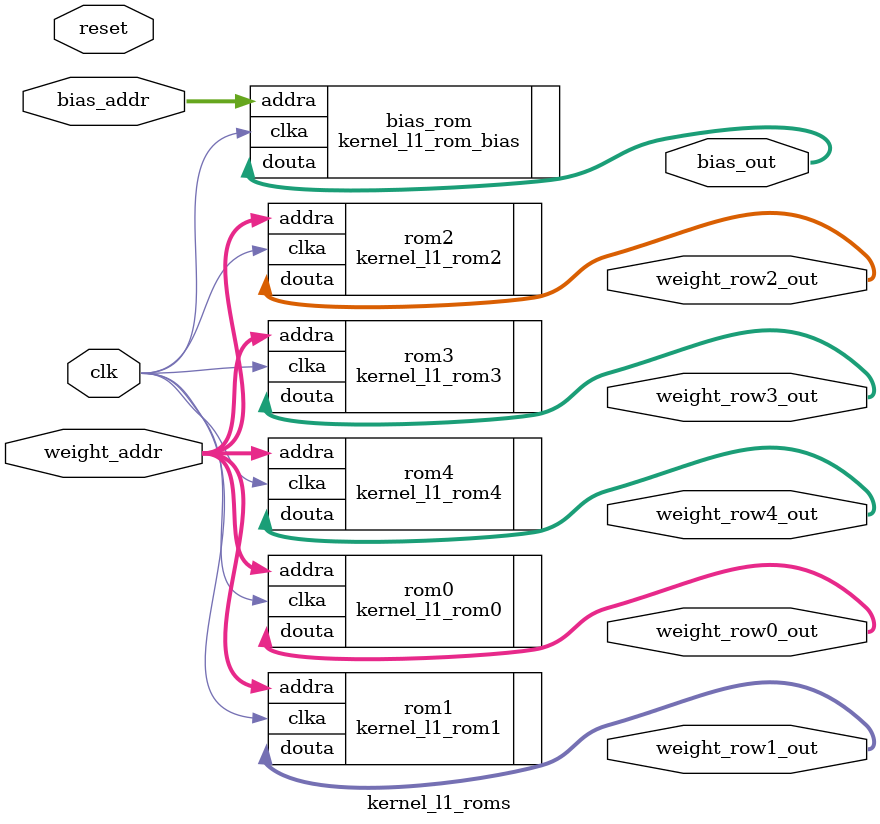
<source format=v>
`timescale 1ns / 1ps


module kernel_l1_roms(
    input clk,
    input reset,
    input [1:0] bias_addr,
    input [4:0] weight_addr,
    output [15:0] weight_row0_out,
    output [15:0] weight_row1_out,
    output [15:0] weight_row2_out,
    output [15:0] weight_row3_out,
    output [15:0] weight_row4_out,
    output [15:0] bias_out
    );
    
    kernel_l1_rom0 rom0 (
      .clka(clk),    // input wire clka
      .addra(weight_addr),  // input wire [4 : 0] addra
      .douta(weight_row0_out)  // output wire [15 : 0] douta
    );
    
    kernel_l1_rom1 rom1 (
      .clka(clk),    // input wire clka
      .addra(weight_addr),  // input wire [4 : 0] addra
      .douta(weight_row1_out)  // output wire [15 : 0] douta
    );
    
    kernel_l1_rom2 rom2 (
      .clka(clk),    // input wire clka
      .addra(weight_addr),  // input wire [4 : 0] addra
      .douta(weight_row2_out)  // output wire [15 : 0] douta
    );
    kernel_l1_rom3 rom3 (
      .clka(clk),    // input wire clka
      .addra(weight_addr),  // input wire [4 : 0] addra
      .douta(weight_row3_out)  // output wire [15 : 0] douta
    );
    kernel_l1_rom4 rom4 (
      .clka(clk),    // input wire clka
      .addra(weight_addr),  // input wire [4 : 0] addra
      .douta(weight_row4_out)  // output wire [15 : 0] douta
    );
    kernel_l1_rom_bias bias_rom (
      .clka(clk),    // input wire clka
      .addra(bias_addr),  // input wire [1 : 0] addra
      .douta(bias_out)  // output wire [15 : 0] douta
    );
endmodule

</source>
